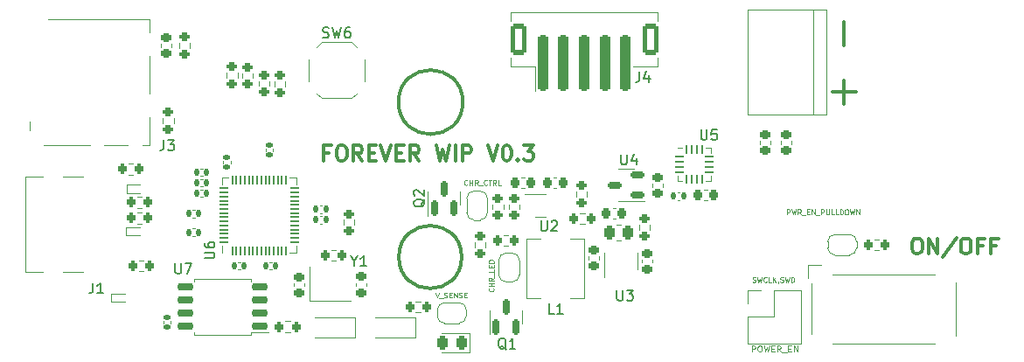
<source format=gto>
G04 #@! TF.GenerationSoftware,KiCad,Pcbnew,6.0.11-2627ca5db0~126~ubuntu22.04.1*
G04 #@! TF.CreationDate,2024-06-10T16:45:34-04:00*
G04 #@! TF.ProjectId,board,626f6172-642e-46b6-9963-61645f706362,rev?*
G04 #@! TF.SameCoordinates,Original*
G04 #@! TF.FileFunction,Legend,Top*
G04 #@! TF.FilePolarity,Positive*
%FSLAX46Y46*%
G04 Gerber Fmt 4.6, Leading zero omitted, Abs format (unit mm)*
G04 Created by KiCad (PCBNEW 6.0.11-2627ca5db0~126~ubuntu22.04.1) date 2024-06-10 16:45:34*
%MOMM*%
%LPD*%
G01*
G04 APERTURE LIST*
G04 Aperture macros list*
%AMRoundRect*
0 Rectangle with rounded corners*
0 $1 Rounding radius*
0 $2 $3 $4 $5 $6 $7 $8 $9 X,Y pos of 4 corners*
0 Add a 4 corners polygon primitive as box body*
4,1,4,$2,$3,$4,$5,$6,$7,$8,$9,$2,$3,0*
0 Add four circle primitives for the rounded corners*
1,1,$1+$1,$2,$3*
1,1,$1+$1,$4,$5*
1,1,$1+$1,$6,$7*
1,1,$1+$1,$8,$9*
0 Add four rect primitives between the rounded corners*
20,1,$1+$1,$2,$3,$4,$5,0*
20,1,$1+$1,$4,$5,$6,$7,0*
20,1,$1+$1,$6,$7,$8,$9,0*
20,1,$1+$1,$8,$9,$2,$3,0*%
%AMFreePoly0*
4,1,22,0.500000,-0.750000,0.000000,-0.750000,0.000000,-0.745033,-0.079941,-0.743568,-0.215256,-0.701293,-0.333266,-0.622738,-0.424486,-0.514219,-0.481581,-0.384460,-0.499164,-0.250000,-0.500000,-0.250000,-0.500000,0.250000,-0.499164,0.250000,-0.499963,0.256109,-0.478152,0.396186,-0.417904,0.524511,-0.324060,0.630769,-0.204165,0.706417,-0.067858,0.745374,0.000000,0.744959,0.000000,0.750000,
0.500000,0.750000,0.500000,-0.750000,0.500000,-0.750000,$1*%
%AMFreePoly1*
4,1,20,0.000000,0.744959,0.073905,0.744508,0.209726,0.703889,0.328688,0.626782,0.421226,0.519385,0.479903,0.390333,0.500000,0.250000,0.500000,-0.250000,0.499851,-0.262216,0.476331,-0.402017,0.414519,-0.529596,0.319384,-0.634700,0.198574,-0.708877,0.061801,-0.746166,0.000000,-0.745033,0.000000,-0.750000,-0.500000,-0.750000,-0.500000,0.750000,0.000000,0.750000,0.000000,0.744959,
0.000000,0.744959,$1*%
G04 Aperture macros list end*
%ADD10C,0.300000*%
%ADD11C,0.100000*%
%ADD12C,0.150000*%
%ADD13C,0.120000*%
%ADD14R,0.900000X1.200000*%
%ADD15RoundRect,0.225000X0.250000X-0.225000X0.250000X0.225000X-0.250000X0.225000X-0.250000X-0.225000X0*%
%ADD16RoundRect,0.200000X0.275000X-0.200000X0.275000X0.200000X-0.275000X0.200000X-0.275000X-0.200000X0*%
%ADD17RoundRect,0.140000X0.140000X0.170000X-0.140000X0.170000X-0.140000X-0.170000X0.140000X-0.170000X0*%
%ADD18RoundRect,0.200000X-0.275000X0.200000X-0.275000X-0.200000X0.275000X-0.200000X0.275000X0.200000X0*%
%ADD19RoundRect,0.150000X0.512500X0.150000X-0.512500X0.150000X-0.512500X-0.150000X0.512500X-0.150000X0*%
%ADD20FreePoly0,180.000000*%
%ADD21FreePoly1,180.000000*%
%ADD22FreePoly0,90.000000*%
%ADD23FreePoly1,90.000000*%
%ADD24RoundRect,0.200000X-0.200000X-0.275000X0.200000X-0.275000X0.200000X0.275000X-0.200000X0.275000X0*%
%ADD25RoundRect,0.225000X-0.250000X0.225000X-0.250000X-0.225000X0.250000X-0.225000X0.250000X0.225000X0*%
%ADD26R,3.000000X3.000000*%
%ADD27C,3.000000*%
%ADD28R,0.360000X0.250000*%
%ADD29R,0.510000X0.700000*%
%ADD30RoundRect,0.140000X-0.140000X-0.170000X0.140000X-0.170000X0.140000X0.170000X-0.140000X0.170000X0*%
%ADD31RoundRect,0.200000X0.200000X0.275000X-0.200000X0.275000X-0.200000X-0.275000X0.200000X-0.275000X0*%
%ADD32C,2.000000*%
%ADD33C,1.700000*%
%ADD34C,5.600000*%
%ADD35RoundRect,0.150000X0.150000X-0.587500X0.150000X0.587500X-0.150000X0.587500X-0.150000X-0.587500X0*%
%ADD36RoundRect,0.225000X-0.225000X-0.250000X0.225000X-0.250000X0.225000X0.250000X-0.225000X0.250000X0*%
%ADD37RoundRect,0.050000X0.050000X-0.387500X0.050000X0.387500X-0.050000X0.387500X-0.050000X-0.387500X0*%
%ADD38RoundRect,0.050000X0.387500X-0.050000X0.387500X0.050000X-0.387500X0.050000X-0.387500X-0.050000X0*%
%ADD39R,3.200000X3.200000*%
%ADD40R,1.100000X0.850000*%
%ADD41R,1.100000X0.750000*%
%ADD42R,1.000000X1.200000*%
%ADD43R,1.350000X1.900000*%
%ADD44R,1.800000X1.170000*%
%ADD45R,1.350000X1.550000*%
%ADD46RoundRect,0.062500X-0.375000X-0.062500X0.375000X-0.062500X0.375000X0.062500X-0.375000X0.062500X0*%
%ADD47RoundRect,0.062500X-0.062500X-0.375000X0.062500X-0.375000X0.062500X0.375000X-0.062500X0.375000X0*%
%ADD48R,1.600000X1.600000*%
%ADD49RoundRect,0.243750X0.243750X0.456250X-0.243750X0.456250X-0.243750X-0.456250X0.243750X-0.456250X0*%
%ADD50RoundRect,0.140000X0.170000X-0.140000X0.170000X0.140000X-0.170000X0.140000X-0.170000X-0.140000X0*%
%ADD51C,0.650000*%
%ADD52R,1.240000X0.600000*%
%ADD53R,1.240000X0.300000*%
%ADD54O,2.100000X1.000000*%
%ADD55O,1.800000X1.000000*%
%ADD56R,0.500000X0.250000*%
%ADD57R,0.900000X1.600000*%
%ADD58RoundRect,0.225000X0.225000X0.250000X-0.225000X0.250000X-0.225000X-0.250000X0.225000X-0.250000X0*%
%ADD59R,2.500000X1.900000*%
%ADD60RoundRect,0.150000X0.650000X0.150000X-0.650000X0.150000X-0.650000X-0.150000X0.650000X-0.150000X0*%
%ADD61R,1.800000X1.100000*%
%ADD62R,1.700000X1.700000*%
%ADD63O,1.700000X1.700000*%
%ADD64RoundRect,0.250000X-0.250000X-2.500000X0.250000X-2.500000X0.250000X2.500000X-0.250000X2.500000X0*%
%ADD65RoundRect,0.250000X-0.550000X-1.250000X0.550000X-1.250000X0.550000X1.250000X-0.550000X1.250000X0*%
%ADD66RoundRect,0.250000X-0.262500X-0.450000X0.262500X-0.450000X0.262500X0.450000X-0.262500X0.450000X0*%
%ADD67R,1.400000X1.200000*%
%ADD68C,3.300000*%
%ADD69R,2.000000X2.000000*%
G04 APERTURE END LIST*
D10*
X139815000Y-67490000D02*
G75*
G03*
X139815000Y-67490000I-3110016J0D01*
G01*
X139705000Y-82490000D02*
G75*
G03*
X139705000Y-82490000I-3040075J0D01*
G01*
X176714285Y-62042857D02*
X176714285Y-59757142D01*
D11*
X137152380Y-85926190D02*
X137319047Y-86426190D01*
X137485714Y-85926190D01*
X137533333Y-86473809D02*
X137914285Y-86473809D01*
X138009523Y-86402380D02*
X138080952Y-86426190D01*
X138200000Y-86426190D01*
X138247619Y-86402380D01*
X138271428Y-86378571D01*
X138295238Y-86330952D01*
X138295238Y-86283333D01*
X138271428Y-86235714D01*
X138247619Y-86211904D01*
X138200000Y-86188095D01*
X138104761Y-86164285D01*
X138057142Y-86140476D01*
X138033333Y-86116666D01*
X138009523Y-86069047D01*
X138009523Y-86021428D01*
X138033333Y-85973809D01*
X138057142Y-85950000D01*
X138104761Y-85926190D01*
X138223809Y-85926190D01*
X138295238Y-85950000D01*
X138509523Y-86164285D02*
X138676190Y-86164285D01*
X138747619Y-86426190D02*
X138509523Y-86426190D01*
X138509523Y-85926190D01*
X138747619Y-85926190D01*
X138961904Y-86426190D02*
X138961904Y-85926190D01*
X139247619Y-86426190D01*
X139247619Y-85926190D01*
X139461904Y-86402380D02*
X139533333Y-86426190D01*
X139652380Y-86426190D01*
X139700000Y-86402380D01*
X139723809Y-86378571D01*
X139747619Y-86330952D01*
X139747619Y-86283333D01*
X139723809Y-86235714D01*
X139700000Y-86211904D01*
X139652380Y-86188095D01*
X139557142Y-86164285D01*
X139509523Y-86140476D01*
X139485714Y-86116666D01*
X139461904Y-86069047D01*
X139461904Y-86021428D01*
X139485714Y-85973809D01*
X139509523Y-85950000D01*
X139557142Y-85926190D01*
X139676190Y-85926190D01*
X139747619Y-85950000D01*
X139961904Y-86164285D02*
X140128571Y-86164285D01*
X140200000Y-86426190D02*
X139961904Y-86426190D01*
X139961904Y-85926190D01*
X140200000Y-85926190D01*
X167800000Y-91671428D02*
X167800000Y-91071428D01*
X168028571Y-91071428D01*
X168085714Y-91100000D01*
X168114285Y-91128571D01*
X168142857Y-91185714D01*
X168142857Y-91271428D01*
X168114285Y-91328571D01*
X168085714Y-91357142D01*
X168028571Y-91385714D01*
X167800000Y-91385714D01*
X168514285Y-91071428D02*
X168628571Y-91071428D01*
X168685714Y-91100000D01*
X168742857Y-91157142D01*
X168771428Y-91271428D01*
X168771428Y-91471428D01*
X168742857Y-91585714D01*
X168685714Y-91642857D01*
X168628571Y-91671428D01*
X168514285Y-91671428D01*
X168457142Y-91642857D01*
X168400000Y-91585714D01*
X168371428Y-91471428D01*
X168371428Y-91271428D01*
X168400000Y-91157142D01*
X168457142Y-91100000D01*
X168514285Y-91071428D01*
X168971428Y-91071428D02*
X169114285Y-91671428D01*
X169228571Y-91242857D01*
X169342857Y-91671428D01*
X169485714Y-91071428D01*
X169714285Y-91357142D02*
X169914285Y-91357142D01*
X170000000Y-91671428D02*
X169714285Y-91671428D01*
X169714285Y-91071428D01*
X170000000Y-91071428D01*
X170600000Y-91671428D02*
X170400000Y-91385714D01*
X170257142Y-91671428D02*
X170257142Y-91071428D01*
X170485714Y-91071428D01*
X170542857Y-91100000D01*
X170571428Y-91128571D01*
X170600000Y-91185714D01*
X170600000Y-91271428D01*
X170571428Y-91328571D01*
X170542857Y-91357142D01*
X170485714Y-91385714D01*
X170257142Y-91385714D01*
X170714285Y-91728571D02*
X171171428Y-91728571D01*
X171314285Y-91357142D02*
X171514285Y-91357142D01*
X171600000Y-91671428D02*
X171314285Y-91671428D01*
X171314285Y-91071428D01*
X171600000Y-91071428D01*
X171857142Y-91671428D02*
X171857142Y-91071428D01*
X172200000Y-91671428D01*
X172200000Y-91071428D01*
X142778571Y-85526190D02*
X142802380Y-85550000D01*
X142826190Y-85621428D01*
X142826190Y-85669047D01*
X142802380Y-85740476D01*
X142754761Y-85788095D01*
X142707142Y-85811904D01*
X142611904Y-85835714D01*
X142540476Y-85835714D01*
X142445238Y-85811904D01*
X142397619Y-85788095D01*
X142350000Y-85740476D01*
X142326190Y-85669047D01*
X142326190Y-85621428D01*
X142350000Y-85550000D01*
X142373809Y-85526190D01*
X142826190Y-85311904D02*
X142326190Y-85311904D01*
X142564285Y-85311904D02*
X142564285Y-85026190D01*
X142826190Y-85026190D02*
X142326190Y-85026190D01*
X142826190Y-84502380D02*
X142588095Y-84669047D01*
X142826190Y-84788095D02*
X142326190Y-84788095D01*
X142326190Y-84597619D01*
X142350000Y-84550000D01*
X142373809Y-84526190D01*
X142421428Y-84502380D01*
X142492857Y-84502380D01*
X142540476Y-84526190D01*
X142564285Y-84550000D01*
X142588095Y-84597619D01*
X142588095Y-84788095D01*
X142873809Y-84407142D02*
X142873809Y-84026190D01*
X142826190Y-83669047D02*
X142826190Y-83907142D01*
X142326190Y-83907142D01*
X142564285Y-83502380D02*
X142564285Y-83335714D01*
X142826190Y-83264285D02*
X142826190Y-83502380D01*
X142326190Y-83502380D01*
X142326190Y-83264285D01*
X142826190Y-83050000D02*
X142326190Y-83050000D01*
X142326190Y-82930952D01*
X142350000Y-82859523D01*
X142397619Y-82811904D01*
X142445238Y-82788095D01*
X142540476Y-82764285D01*
X142611904Y-82764285D01*
X142707142Y-82788095D01*
X142754761Y-82811904D01*
X142802380Y-82859523D01*
X142826190Y-82930952D01*
X142826190Y-83050000D01*
X140259523Y-75478571D02*
X140235714Y-75502380D01*
X140164285Y-75526190D01*
X140116666Y-75526190D01*
X140045238Y-75502380D01*
X139997619Y-75454761D01*
X139973809Y-75407142D01*
X139950000Y-75311904D01*
X139950000Y-75240476D01*
X139973809Y-75145238D01*
X139997619Y-75097619D01*
X140045238Y-75050000D01*
X140116666Y-75026190D01*
X140164285Y-75026190D01*
X140235714Y-75050000D01*
X140259523Y-75073809D01*
X140473809Y-75526190D02*
X140473809Y-75026190D01*
X140473809Y-75264285D02*
X140759523Y-75264285D01*
X140759523Y-75526190D02*
X140759523Y-75026190D01*
X141283333Y-75526190D02*
X141116666Y-75288095D01*
X140997619Y-75526190D02*
X140997619Y-75026190D01*
X141188095Y-75026190D01*
X141235714Y-75050000D01*
X141259523Y-75073809D01*
X141283333Y-75121428D01*
X141283333Y-75192857D01*
X141259523Y-75240476D01*
X141235714Y-75264285D01*
X141188095Y-75288095D01*
X140997619Y-75288095D01*
X141378571Y-75573809D02*
X141759523Y-75573809D01*
X142164285Y-75478571D02*
X142140476Y-75502380D01*
X142069047Y-75526190D01*
X142021428Y-75526190D01*
X141950000Y-75502380D01*
X141902380Y-75454761D01*
X141878571Y-75407142D01*
X141854761Y-75311904D01*
X141854761Y-75240476D01*
X141878571Y-75145238D01*
X141902380Y-75097619D01*
X141950000Y-75050000D01*
X142021428Y-75026190D01*
X142069047Y-75026190D01*
X142140476Y-75050000D01*
X142164285Y-75073809D01*
X142307142Y-75026190D02*
X142592857Y-75026190D01*
X142450000Y-75526190D02*
X142450000Y-75026190D01*
X143045238Y-75526190D02*
X142878571Y-75288095D01*
X142759523Y-75526190D02*
X142759523Y-75026190D01*
X142950000Y-75026190D01*
X142997619Y-75050000D01*
X143021428Y-75073809D01*
X143045238Y-75121428D01*
X143045238Y-75192857D01*
X143021428Y-75240476D01*
X142997619Y-75264285D01*
X142950000Y-75288095D01*
X142759523Y-75288095D01*
X143497619Y-75526190D02*
X143259523Y-75526190D01*
X143259523Y-75026190D01*
X171188095Y-78376190D02*
X171188095Y-77876190D01*
X171378571Y-77876190D01*
X171426190Y-77900000D01*
X171450000Y-77923809D01*
X171473809Y-77971428D01*
X171473809Y-78042857D01*
X171450000Y-78090476D01*
X171426190Y-78114285D01*
X171378571Y-78138095D01*
X171188095Y-78138095D01*
X171640476Y-77876190D02*
X171759523Y-78376190D01*
X171854761Y-78019047D01*
X171950000Y-78376190D01*
X172069047Y-77876190D01*
X172545238Y-78376190D02*
X172378571Y-78138095D01*
X172259523Y-78376190D02*
X172259523Y-77876190D01*
X172450000Y-77876190D01*
X172497619Y-77900000D01*
X172521428Y-77923809D01*
X172545238Y-77971428D01*
X172545238Y-78042857D01*
X172521428Y-78090476D01*
X172497619Y-78114285D01*
X172450000Y-78138095D01*
X172259523Y-78138095D01*
X172640476Y-78423809D02*
X173021428Y-78423809D01*
X173140476Y-78114285D02*
X173307142Y-78114285D01*
X173378571Y-78376190D02*
X173140476Y-78376190D01*
X173140476Y-77876190D01*
X173378571Y-77876190D01*
X173592857Y-78376190D02*
X173592857Y-77876190D01*
X173878571Y-78376190D01*
X173878571Y-77876190D01*
X173997619Y-78423809D02*
X174378571Y-78423809D01*
X174497619Y-78376190D02*
X174497619Y-77876190D01*
X174688095Y-77876190D01*
X174735714Y-77900000D01*
X174759523Y-77923809D01*
X174783333Y-77971428D01*
X174783333Y-78042857D01*
X174759523Y-78090476D01*
X174735714Y-78114285D01*
X174688095Y-78138095D01*
X174497619Y-78138095D01*
X174997619Y-77876190D02*
X174997619Y-78280952D01*
X175021428Y-78328571D01*
X175045238Y-78352380D01*
X175092857Y-78376190D01*
X175188095Y-78376190D01*
X175235714Y-78352380D01*
X175259523Y-78328571D01*
X175283333Y-78280952D01*
X175283333Y-77876190D01*
X175759523Y-78376190D02*
X175521428Y-78376190D01*
X175521428Y-77876190D01*
X176164285Y-78376190D02*
X175926190Y-78376190D01*
X175926190Y-77876190D01*
X176330952Y-78376190D02*
X176330952Y-77876190D01*
X176450000Y-77876190D01*
X176521428Y-77900000D01*
X176569047Y-77947619D01*
X176592857Y-77995238D01*
X176616666Y-78090476D01*
X176616666Y-78161904D01*
X176592857Y-78257142D01*
X176569047Y-78304761D01*
X176521428Y-78352380D01*
X176450000Y-78376190D01*
X176330952Y-78376190D01*
X176926190Y-77876190D02*
X177021428Y-77876190D01*
X177069047Y-77900000D01*
X177116666Y-77947619D01*
X177140476Y-78042857D01*
X177140476Y-78209523D01*
X177116666Y-78304761D01*
X177069047Y-78352380D01*
X177021428Y-78376190D01*
X176926190Y-78376190D01*
X176878571Y-78352380D01*
X176830952Y-78304761D01*
X176807142Y-78209523D01*
X176807142Y-78042857D01*
X176830952Y-77947619D01*
X176878571Y-77900000D01*
X176926190Y-77876190D01*
X177307142Y-77876190D02*
X177426190Y-78376190D01*
X177521428Y-78019047D01*
X177616666Y-78376190D01*
X177735714Y-77876190D01*
X177926190Y-78376190D02*
X177926190Y-77876190D01*
X178211904Y-78376190D01*
X178211904Y-77876190D01*
D10*
X176714285Y-67642857D02*
X176714285Y-65357142D01*
X177857142Y-66500000D02*
X175571428Y-66500000D01*
X183664285Y-80678571D02*
X183950000Y-80678571D01*
X184092857Y-80750000D01*
X184235714Y-80892857D01*
X184307142Y-81178571D01*
X184307142Y-81678571D01*
X184235714Y-81964285D01*
X184092857Y-82107142D01*
X183950000Y-82178571D01*
X183664285Y-82178571D01*
X183521428Y-82107142D01*
X183378571Y-81964285D01*
X183307142Y-81678571D01*
X183307142Y-81178571D01*
X183378571Y-80892857D01*
X183521428Y-80750000D01*
X183664285Y-80678571D01*
X184950000Y-82178571D02*
X184950000Y-80678571D01*
X185807142Y-82178571D01*
X185807142Y-80678571D01*
X187592857Y-80607142D02*
X186307142Y-82535714D01*
X188378571Y-80678571D02*
X188664285Y-80678571D01*
X188807142Y-80750000D01*
X188950000Y-80892857D01*
X189021428Y-81178571D01*
X189021428Y-81678571D01*
X188950000Y-81964285D01*
X188807142Y-82107142D01*
X188664285Y-82178571D01*
X188378571Y-82178571D01*
X188235714Y-82107142D01*
X188092857Y-81964285D01*
X188021428Y-81678571D01*
X188021428Y-81178571D01*
X188092857Y-80892857D01*
X188235714Y-80750000D01*
X188378571Y-80678571D01*
X190164285Y-81392857D02*
X189664285Y-81392857D01*
X189664285Y-82178571D02*
X189664285Y-80678571D01*
X190378571Y-80678571D01*
X191450000Y-81392857D02*
X190950000Y-81392857D01*
X190950000Y-82178571D02*
X190950000Y-80678571D01*
X191664285Y-80678571D01*
D11*
X167876190Y-84902380D02*
X167947619Y-84926190D01*
X168066666Y-84926190D01*
X168114285Y-84902380D01*
X168138095Y-84878571D01*
X168161904Y-84830952D01*
X168161904Y-84783333D01*
X168138095Y-84735714D01*
X168114285Y-84711904D01*
X168066666Y-84688095D01*
X167971428Y-84664285D01*
X167923809Y-84640476D01*
X167900000Y-84616666D01*
X167876190Y-84569047D01*
X167876190Y-84521428D01*
X167900000Y-84473809D01*
X167923809Y-84450000D01*
X167971428Y-84426190D01*
X168090476Y-84426190D01*
X168161904Y-84450000D01*
X168328571Y-84426190D02*
X168447619Y-84926190D01*
X168542857Y-84569047D01*
X168638095Y-84926190D01*
X168757142Y-84426190D01*
X169233333Y-84878571D02*
X169209523Y-84902380D01*
X169138095Y-84926190D01*
X169090476Y-84926190D01*
X169019047Y-84902380D01*
X168971428Y-84854761D01*
X168947619Y-84807142D01*
X168923809Y-84711904D01*
X168923809Y-84640476D01*
X168947619Y-84545238D01*
X168971428Y-84497619D01*
X169019047Y-84450000D01*
X169090476Y-84426190D01*
X169138095Y-84426190D01*
X169209523Y-84450000D01*
X169233333Y-84473809D01*
X169685714Y-84926190D02*
X169447619Y-84926190D01*
X169447619Y-84426190D01*
X169852380Y-84926190D02*
X169852380Y-84426190D01*
X170138095Y-84926190D02*
X169923809Y-84640476D01*
X170138095Y-84426190D02*
X169852380Y-84711904D01*
X170376190Y-84902380D02*
X170376190Y-84926190D01*
X170352380Y-84973809D01*
X170328571Y-84997619D01*
X170566666Y-84902380D02*
X170638095Y-84926190D01*
X170757142Y-84926190D01*
X170804761Y-84902380D01*
X170828571Y-84878571D01*
X170852380Y-84830952D01*
X170852380Y-84783333D01*
X170828571Y-84735714D01*
X170804761Y-84711904D01*
X170757142Y-84688095D01*
X170661904Y-84664285D01*
X170614285Y-84640476D01*
X170590476Y-84616666D01*
X170566666Y-84569047D01*
X170566666Y-84521428D01*
X170590476Y-84473809D01*
X170614285Y-84450000D01*
X170661904Y-84426190D01*
X170780952Y-84426190D01*
X170852380Y-84450000D01*
X171019047Y-84426190D02*
X171138095Y-84926190D01*
X171233333Y-84569047D01*
X171328571Y-84926190D01*
X171447619Y-84426190D01*
X171638095Y-84926190D02*
X171638095Y-84426190D01*
X171757142Y-84426190D01*
X171828571Y-84450000D01*
X171876190Y-84497619D01*
X171900000Y-84545238D01*
X171923809Y-84640476D01*
X171923809Y-84711904D01*
X171900000Y-84807142D01*
X171876190Y-84854761D01*
X171828571Y-84902380D01*
X171757142Y-84926190D01*
X171638095Y-84926190D01*
D10*
X126867857Y-72382857D02*
X126367857Y-72382857D01*
X126367857Y-73168571D02*
X126367857Y-71668571D01*
X127082142Y-71668571D01*
X127939285Y-71668571D02*
X128225000Y-71668571D01*
X128367857Y-71740000D01*
X128510714Y-71882857D01*
X128582142Y-72168571D01*
X128582142Y-72668571D01*
X128510714Y-72954285D01*
X128367857Y-73097142D01*
X128225000Y-73168571D01*
X127939285Y-73168571D01*
X127796428Y-73097142D01*
X127653571Y-72954285D01*
X127582142Y-72668571D01*
X127582142Y-72168571D01*
X127653571Y-71882857D01*
X127796428Y-71740000D01*
X127939285Y-71668571D01*
X130082142Y-73168571D02*
X129582142Y-72454285D01*
X129225000Y-73168571D02*
X129225000Y-71668571D01*
X129796428Y-71668571D01*
X129939285Y-71740000D01*
X130010714Y-71811428D01*
X130082142Y-71954285D01*
X130082142Y-72168571D01*
X130010714Y-72311428D01*
X129939285Y-72382857D01*
X129796428Y-72454285D01*
X129225000Y-72454285D01*
X130725000Y-72382857D02*
X131225000Y-72382857D01*
X131439285Y-73168571D02*
X130725000Y-73168571D01*
X130725000Y-71668571D01*
X131439285Y-71668571D01*
X131867857Y-71668571D02*
X132367857Y-73168571D01*
X132867857Y-71668571D01*
X133367857Y-72382857D02*
X133867857Y-72382857D01*
X134082142Y-73168571D02*
X133367857Y-73168571D01*
X133367857Y-71668571D01*
X134082142Y-71668571D01*
X135582142Y-73168571D02*
X135082142Y-72454285D01*
X134725000Y-73168571D02*
X134725000Y-71668571D01*
X135296428Y-71668571D01*
X135439285Y-71740000D01*
X135510714Y-71811428D01*
X135582142Y-71954285D01*
X135582142Y-72168571D01*
X135510714Y-72311428D01*
X135439285Y-72382857D01*
X135296428Y-72454285D01*
X134725000Y-72454285D01*
X137225000Y-71668571D02*
X137582142Y-73168571D01*
X137867857Y-72097142D01*
X138153571Y-73168571D01*
X138510714Y-71668571D01*
X139082142Y-73168571D02*
X139082142Y-71668571D01*
X139796428Y-73168571D02*
X139796428Y-71668571D01*
X140367857Y-71668571D01*
X140510714Y-71740000D01*
X140582142Y-71811428D01*
X140653571Y-71954285D01*
X140653571Y-72168571D01*
X140582142Y-72311428D01*
X140510714Y-72382857D01*
X140367857Y-72454285D01*
X139796428Y-72454285D01*
X142225000Y-71668571D02*
X142725000Y-73168571D01*
X143225000Y-71668571D01*
X144010714Y-71668571D02*
X144153571Y-71668571D01*
X144296428Y-71740000D01*
X144367857Y-71811428D01*
X144439285Y-71954285D01*
X144510714Y-72240000D01*
X144510714Y-72597142D01*
X144439285Y-72882857D01*
X144367857Y-73025714D01*
X144296428Y-73097142D01*
X144153571Y-73168571D01*
X144010714Y-73168571D01*
X143867857Y-73097142D01*
X143796428Y-73025714D01*
X143725000Y-72882857D01*
X143653571Y-72597142D01*
X143653571Y-72240000D01*
X143725000Y-71954285D01*
X143796428Y-71811428D01*
X143867857Y-71740000D01*
X144010714Y-71668571D01*
X145153571Y-73025714D02*
X145225000Y-73097142D01*
X145153571Y-73168571D01*
X145082142Y-73097142D01*
X145153571Y-73025714D01*
X145153571Y-73168571D01*
X145725000Y-71668571D02*
X146653571Y-71668571D01*
X146153571Y-72240000D01*
X146367857Y-72240000D01*
X146510714Y-72311428D01*
X146582142Y-72382857D01*
X146653571Y-72525714D01*
X146653571Y-72882857D01*
X146582142Y-73025714D01*
X146510714Y-73097142D01*
X146367857Y-73168571D01*
X145939285Y-73168571D01*
X145796428Y-73097142D01*
X145725000Y-73025714D01*
D12*
X155138095Y-72552380D02*
X155138095Y-73361904D01*
X155185714Y-73457142D01*
X155233333Y-73504761D01*
X155328571Y-73552380D01*
X155519047Y-73552380D01*
X155614285Y-73504761D01*
X155661904Y-73457142D01*
X155709523Y-73361904D01*
X155709523Y-72552380D01*
X156614285Y-72885714D02*
X156614285Y-73552380D01*
X156376190Y-72504761D02*
X156138095Y-73219047D01*
X156757142Y-73219047D01*
X154738095Y-85702380D02*
X154738095Y-86511904D01*
X154785714Y-86607142D01*
X154833333Y-86654761D01*
X154928571Y-86702380D01*
X155119047Y-86702380D01*
X155214285Y-86654761D01*
X155261904Y-86607142D01*
X155309523Y-86511904D01*
X155309523Y-85702380D01*
X155690476Y-85702380D02*
X156309523Y-85702380D01*
X155976190Y-86083333D01*
X156119047Y-86083333D01*
X156214285Y-86130952D01*
X156261904Y-86178571D01*
X156309523Y-86273809D01*
X156309523Y-86511904D01*
X156261904Y-86607142D01*
X156214285Y-86654761D01*
X156119047Y-86702380D01*
X155833333Y-86702380D01*
X155738095Y-86654761D01*
X155690476Y-86607142D01*
X136147619Y-76895238D02*
X136100000Y-76990476D01*
X136004761Y-77085714D01*
X135861904Y-77228571D01*
X135814285Y-77323809D01*
X135814285Y-77419047D01*
X136052380Y-77371428D02*
X136004761Y-77466666D01*
X135909523Y-77561904D01*
X135719047Y-77609523D01*
X135385714Y-77609523D01*
X135195238Y-77561904D01*
X135100000Y-77466666D01*
X135052380Y-77371428D01*
X135052380Y-77180952D01*
X135100000Y-77085714D01*
X135195238Y-76990476D01*
X135385714Y-76942857D01*
X135719047Y-76942857D01*
X135909523Y-76990476D01*
X136004761Y-77085714D01*
X136052380Y-77180952D01*
X136052380Y-77371428D01*
X135147619Y-76561904D02*
X135100000Y-76514285D01*
X135052380Y-76419047D01*
X135052380Y-76180952D01*
X135100000Y-76085714D01*
X135147619Y-76038095D01*
X135242857Y-75990476D01*
X135338095Y-75990476D01*
X135480952Y-76038095D01*
X136052380Y-76609523D01*
X136052380Y-75990476D01*
X114787380Y-82601904D02*
X115596904Y-82601904D01*
X115692142Y-82554285D01*
X115739761Y-82506666D01*
X115787380Y-82411428D01*
X115787380Y-82220952D01*
X115739761Y-82125714D01*
X115692142Y-82078095D01*
X115596904Y-82030476D01*
X114787380Y-82030476D01*
X114787380Y-81125714D02*
X114787380Y-81316190D01*
X114835000Y-81411428D01*
X114882619Y-81459047D01*
X115025476Y-81554285D01*
X115215952Y-81601904D01*
X115596904Y-81601904D01*
X115692142Y-81554285D01*
X115739761Y-81506666D01*
X115787380Y-81411428D01*
X115787380Y-81220952D01*
X115739761Y-81125714D01*
X115692142Y-81078095D01*
X115596904Y-81030476D01*
X115358809Y-81030476D01*
X115263571Y-81078095D01*
X115215952Y-81125714D01*
X115168333Y-81220952D01*
X115168333Y-81411428D01*
X115215952Y-81506666D01*
X115263571Y-81554285D01*
X115358809Y-81601904D01*
X110866666Y-71152380D02*
X110866666Y-71866666D01*
X110819047Y-72009523D01*
X110723809Y-72104761D01*
X110580952Y-72152380D01*
X110485714Y-72152380D01*
X111247619Y-71152380D02*
X111866666Y-71152380D01*
X111533333Y-71533333D01*
X111676190Y-71533333D01*
X111771428Y-71580952D01*
X111819047Y-71628571D01*
X111866666Y-71723809D01*
X111866666Y-71961904D01*
X111819047Y-72057142D01*
X111771428Y-72104761D01*
X111676190Y-72152380D01*
X111390476Y-72152380D01*
X111295238Y-72104761D01*
X111247619Y-72057142D01*
X162869345Y-70147380D02*
X162869345Y-70956904D01*
X162916964Y-71052142D01*
X162964583Y-71099761D01*
X163059821Y-71147380D01*
X163250297Y-71147380D01*
X163345535Y-71099761D01*
X163393154Y-71052142D01*
X163440773Y-70956904D01*
X163440773Y-70147380D01*
X164393154Y-70147380D02*
X163916964Y-70147380D01*
X163869345Y-70623571D01*
X163916964Y-70575952D01*
X164012202Y-70528333D01*
X164250297Y-70528333D01*
X164345535Y-70575952D01*
X164393154Y-70623571D01*
X164440773Y-70718809D01*
X164440773Y-70956904D01*
X164393154Y-71052142D01*
X164345535Y-71099761D01*
X164250297Y-71147380D01*
X164012202Y-71147380D01*
X163916964Y-71099761D01*
X163869345Y-71052142D01*
X103991666Y-85002380D02*
X103991666Y-85716666D01*
X103944047Y-85859523D01*
X103848809Y-85954761D01*
X103705952Y-86002380D01*
X103610714Y-86002380D01*
X104991666Y-86002380D02*
X104420238Y-86002380D01*
X104705952Y-86002380D02*
X104705952Y-85002380D01*
X104610714Y-85145238D01*
X104515476Y-85240476D01*
X104420238Y-85288095D01*
X147400595Y-78972380D02*
X147400595Y-79781904D01*
X147448214Y-79877142D01*
X147495833Y-79924761D01*
X147591071Y-79972380D01*
X147781547Y-79972380D01*
X147876785Y-79924761D01*
X147924404Y-79877142D01*
X147972023Y-79781904D01*
X147972023Y-78972380D01*
X148400595Y-79067619D02*
X148448214Y-79020000D01*
X148543452Y-78972380D01*
X148781547Y-78972380D01*
X148876785Y-79020000D01*
X148924404Y-79067619D01*
X148972023Y-79162857D01*
X148972023Y-79258095D01*
X148924404Y-79400952D01*
X148352976Y-79972380D01*
X148972023Y-79972380D01*
X148663333Y-87982380D02*
X148187142Y-87982380D01*
X148187142Y-86982380D01*
X149520476Y-87982380D02*
X148949047Y-87982380D01*
X149234761Y-87982380D02*
X149234761Y-86982380D01*
X149139523Y-87125238D01*
X149044285Y-87220476D01*
X148949047Y-87268095D01*
X111973095Y-83102380D02*
X111973095Y-83911904D01*
X112020714Y-84007142D01*
X112068333Y-84054761D01*
X112163571Y-84102380D01*
X112354047Y-84102380D01*
X112449285Y-84054761D01*
X112496904Y-84007142D01*
X112544523Y-83911904D01*
X112544523Y-83102380D01*
X112925476Y-83102380D02*
X113592142Y-83102380D01*
X113163571Y-84102380D01*
X126266666Y-61204761D02*
X126409523Y-61252380D01*
X126647619Y-61252380D01*
X126742857Y-61204761D01*
X126790476Y-61157142D01*
X126838095Y-61061904D01*
X126838095Y-60966666D01*
X126790476Y-60871428D01*
X126742857Y-60823809D01*
X126647619Y-60776190D01*
X126457142Y-60728571D01*
X126361904Y-60680952D01*
X126314285Y-60633333D01*
X126266666Y-60538095D01*
X126266666Y-60442857D01*
X126314285Y-60347619D01*
X126361904Y-60300000D01*
X126457142Y-60252380D01*
X126695238Y-60252380D01*
X126838095Y-60300000D01*
X127171428Y-60252380D02*
X127409523Y-61252380D01*
X127600000Y-60538095D01*
X127790476Y-61252380D01*
X128028571Y-60252380D01*
X128838095Y-60252380D02*
X128647619Y-60252380D01*
X128552380Y-60300000D01*
X128504761Y-60347619D01*
X128409523Y-60490476D01*
X128361904Y-60680952D01*
X128361904Y-61061904D01*
X128409523Y-61157142D01*
X128457142Y-61204761D01*
X128552380Y-61252380D01*
X128742857Y-61252380D01*
X128838095Y-61204761D01*
X128885714Y-61157142D01*
X128933333Y-61061904D01*
X128933333Y-60823809D01*
X128885714Y-60728571D01*
X128838095Y-60680952D01*
X128742857Y-60633333D01*
X128552380Y-60633333D01*
X128457142Y-60680952D01*
X128409523Y-60728571D01*
X128361904Y-60823809D01*
X156931666Y-64522380D02*
X156931666Y-65236666D01*
X156884047Y-65379523D01*
X156788809Y-65474761D01*
X156645952Y-65522380D01*
X156550714Y-65522380D01*
X157836428Y-64855714D02*
X157836428Y-65522380D01*
X157598333Y-64474761D02*
X157360238Y-65189047D01*
X157979285Y-65189047D01*
X129298809Y-82886190D02*
X129298809Y-83362380D01*
X128965476Y-82362380D02*
X129298809Y-82886190D01*
X129632142Y-82362380D01*
X130489285Y-83362380D02*
X129917857Y-83362380D01*
X130203571Y-83362380D02*
X130203571Y-82362380D01*
X130108333Y-82505238D01*
X130013095Y-82600476D01*
X129917857Y-82648095D01*
X144004761Y-91447619D02*
X143909523Y-91400000D01*
X143814285Y-91304761D01*
X143671428Y-91161904D01*
X143576190Y-91114285D01*
X143480952Y-91114285D01*
X143528571Y-91352380D02*
X143433333Y-91304761D01*
X143338095Y-91209523D01*
X143290476Y-91019047D01*
X143290476Y-90685714D01*
X143338095Y-90495238D01*
X143433333Y-90400000D01*
X143528571Y-90352380D01*
X143719047Y-90352380D01*
X143814285Y-90400000D01*
X143909523Y-90495238D01*
X143957142Y-90685714D01*
X143957142Y-91019047D01*
X143909523Y-91209523D01*
X143814285Y-91304761D01*
X143719047Y-91352380D01*
X143528571Y-91352380D01*
X144909523Y-91352380D02*
X144338095Y-91352380D01*
X144623809Y-91352380D02*
X144623809Y-90352380D01*
X144528571Y-90495238D01*
X144433333Y-90590476D01*
X144338095Y-90638095D01*
D13*
X129350000Y-90300000D02*
X125450000Y-90300000D01*
X129350000Y-90300000D02*
X129350000Y-88300000D01*
X129350000Y-88300000D02*
X125450000Y-88300000D01*
X111610000Y-62140580D02*
X111610000Y-61859420D01*
X110590000Y-62140580D02*
X110590000Y-61859420D01*
X145330000Y-77847258D02*
X145330000Y-77372742D01*
X144285000Y-77847258D02*
X144285000Y-77372742D01*
X121322836Y-83710000D02*
X121107164Y-83710000D01*
X121322836Y-82990000D02*
X121107164Y-82990000D01*
X128272500Y-78892742D02*
X128272500Y-79367258D01*
X129317500Y-78892742D02*
X129317500Y-79367258D01*
X155630000Y-77080000D02*
X157430000Y-77080000D01*
X155630000Y-73960000D02*
X154830000Y-73960000D01*
X155630000Y-73960000D02*
X156430000Y-73960000D01*
X155630000Y-77080000D02*
X154830000Y-77080000D01*
X175150000Y-81600000D02*
X175150000Y-81000000D01*
X177250000Y-82300000D02*
X175850000Y-82300000D01*
X175850000Y-80300000D02*
X177250000Y-80300000D01*
X177950000Y-81000000D02*
X177950000Y-81600000D01*
X175850000Y-80300000D02*
G75*
G03*
X175150000Y-81000000I0J-700000D01*
G01*
X177950000Y-81000000D02*
G75*
G03*
X177250000Y-80300000I-699999J1D01*
G01*
X177250000Y-82300000D02*
G75*
G03*
X177950000Y-81600000I1J699999D01*
G01*
X175150000Y-81600000D02*
G75*
G03*
X175850000Y-82300000I700000J0D01*
G01*
X135250000Y-90300000D02*
X135250000Y-88300000D01*
X135250000Y-90300000D02*
X131350000Y-90300000D01*
X135250000Y-88300000D02*
X131350000Y-88300000D01*
X140200000Y-78200000D02*
X140200000Y-76800000D01*
X142200000Y-76800000D02*
X142200000Y-78200000D01*
X140900000Y-76100000D02*
X141500000Y-76100000D01*
X141500000Y-78900000D02*
X140900000Y-78900000D01*
X141500000Y-78900000D02*
G75*
G03*
X142200000Y-78200000I1J699999D01*
G01*
X140200000Y-78200000D02*
G75*
G03*
X140900000Y-78900000I699999J-1D01*
G01*
X142200000Y-76800000D02*
G75*
G03*
X141500000Y-76100000I-700000J0D01*
G01*
X140900000Y-76100000D02*
G75*
G03*
X140200000Y-76800000I0J-700000D01*
G01*
X179662742Y-80777500D02*
X180137258Y-80777500D01*
X179662742Y-81822500D02*
X180137258Y-81822500D01*
X151990000Y-82429420D02*
X151990000Y-82710580D01*
X153010000Y-82429420D02*
X153010000Y-82710580D01*
X114632836Y-74630000D02*
X114417164Y-74630000D01*
X114632836Y-73910000D02*
X114417164Y-73910000D01*
X160829086Y-76250000D02*
X160613414Y-76250000D01*
X160829086Y-76970000D02*
X160613414Y-76970000D01*
X175010000Y-68680000D02*
X175010000Y-58520000D01*
X167390000Y-68680000D02*
X175010000Y-68680000D01*
X167390000Y-58520000D02*
X167390000Y-68680000D01*
X173740000Y-58520000D02*
X173740000Y-68680000D01*
X175010000Y-58520000D02*
X167390000Y-58520000D01*
X108517500Y-80375000D02*
X107217500Y-80375000D01*
X108517500Y-79575000D02*
X107217500Y-79575000D01*
X107217500Y-79575000D02*
X107217500Y-80375000D01*
X114642836Y-76680000D02*
X114427164Y-76680000D01*
X114642836Y-75960000D02*
X114427164Y-75960000D01*
X153500000Y-82100000D02*
X153500000Y-84400000D01*
X156700000Y-83700000D02*
X156700000Y-82100000D01*
X125977164Y-78240000D02*
X126192836Y-78240000D01*
X125977164Y-77520000D02*
X126192836Y-77520000D01*
X123112258Y-88707500D02*
X122637742Y-88707500D01*
X123112258Y-89752500D02*
X122637742Y-89752500D01*
X135262742Y-86777500D02*
X135737258Y-86777500D01*
X135262742Y-87822500D02*
X135737258Y-87822500D01*
X170590000Y-71540580D02*
X170590000Y-71259420D01*
X171610000Y-71540580D02*
X171610000Y-71259420D01*
X175592500Y-84167500D02*
X185492500Y-84167500D01*
X187542500Y-84917500D02*
X187542500Y-90117500D01*
X173242500Y-84517500D02*
X173242500Y-83217500D01*
X173542500Y-90117500D02*
X173542500Y-84917500D01*
X173242500Y-83217500D02*
X174542500Y-83217500D01*
X185492500Y-90867500D02*
X175592500Y-90867500D01*
X139560000Y-76800000D02*
X139560000Y-77450000D01*
X136440000Y-76800000D02*
X136440000Y-78475000D01*
X136440000Y-76800000D02*
X136440000Y-76150000D01*
X139560000Y-76800000D02*
X139560000Y-76150000D01*
X111822500Y-69062742D02*
X111822500Y-69537258D01*
X110777500Y-69062742D02*
X110777500Y-69537258D01*
X113882836Y-77930000D02*
X113667164Y-77930000D01*
X113882836Y-78650000D02*
X113667164Y-78650000D01*
X127542258Y-82872500D02*
X127067742Y-82872500D01*
X127542258Y-81827500D02*
X127067742Y-81827500D01*
X154319420Y-77790000D02*
X154600580Y-77790000D01*
X154319420Y-78810000D02*
X154600580Y-78810000D01*
X108287742Y-79247500D02*
X108762258Y-79247500D01*
X108287742Y-78202500D02*
X108762258Y-78202500D01*
X113422500Y-62237258D02*
X113422500Y-61762742D01*
X112377500Y-62237258D02*
X112377500Y-61762742D01*
X151822500Y-76637258D02*
X151822500Y-76162742D01*
X150777500Y-76637258D02*
X150777500Y-76162742D01*
X129455000Y-85009420D02*
X129455000Y-85290580D01*
X130475000Y-85009420D02*
X130475000Y-85290580D01*
X108565000Y-76290000D02*
X107265000Y-76290000D01*
X108565000Y-75490000D02*
X107265000Y-75490000D01*
X107265000Y-75490000D02*
X107265000Y-76290000D01*
X125967164Y-79250000D02*
X126182836Y-79250000D01*
X125967164Y-78530000D02*
X126182836Y-78530000D01*
X120052500Y-65462742D02*
X120052500Y-65937258D01*
X121097500Y-65462742D02*
X121097500Y-65937258D01*
X158160000Y-75419420D02*
X158160000Y-75700580D01*
X159180000Y-75419420D02*
X159180000Y-75700580D01*
X123715000Y-75480000D02*
X123715000Y-74830000D01*
X116495000Y-75480000D02*
X116495000Y-74830000D01*
X123715000Y-74830000D02*
X123065000Y-74830000D01*
X116495000Y-81400000D02*
X116495000Y-82050000D01*
X123715000Y-81400000D02*
X123715000Y-82050000D01*
X116495000Y-74830000D02*
X117145000Y-74830000D01*
X123715000Y-82050000D02*
X123065000Y-82050000D01*
X109520000Y-60720000D02*
X109520000Y-59490000D01*
X105100000Y-71670000D02*
X107400000Y-71670000D01*
X109520000Y-59490000D02*
X99700000Y-59490000D01*
X109520000Y-71670000D02*
X109520000Y-68990000D01*
X97880000Y-70190000D02*
X97880000Y-69330000D01*
X108800000Y-71670000D02*
X109520000Y-71670000D01*
X99250000Y-71670000D02*
X103700000Y-71670000D01*
X109520000Y-66690000D02*
X109520000Y-63020000D01*
X144000000Y-82100000D02*
X144600000Y-82100000D01*
X143300000Y-84200000D02*
X143300000Y-82800000D01*
X145300000Y-82800000D02*
X145300000Y-84200000D01*
X144600000Y-84900000D02*
X144000000Y-84900000D01*
X144600000Y-84900000D02*
G75*
G03*
X145300000Y-84200000I1J699999D01*
G01*
X143300000Y-84200000D02*
G75*
G03*
X144000000Y-84900000I699999J-1D01*
G01*
X145300000Y-82800000D02*
G75*
G03*
X144600000Y-82100000I-700000J0D01*
G01*
X144000000Y-82100000D02*
G75*
G03*
X143300000Y-82800000I0J-700000D01*
G01*
X137350000Y-88200000D02*
X137350000Y-87600000D01*
X138050000Y-86900000D02*
X139450000Y-86900000D01*
X140150000Y-87600000D02*
X140150000Y-88200000D01*
X139450000Y-88900000D02*
X138050000Y-88900000D01*
X137350000Y-88200000D02*
G75*
G03*
X138050000Y-88900000I700000J0D01*
G01*
X140150000Y-87600000D02*
G75*
G03*
X139450000Y-86900000I-699999J1D01*
G01*
X139450000Y-88900000D02*
G75*
G03*
X140150000Y-88200000I1J699999D01*
G01*
X138050000Y-86900000D02*
G75*
G03*
X137350000Y-87600000I0J-700000D01*
G01*
X119507500Y-65147258D02*
X119507500Y-64672742D01*
X118462500Y-65147258D02*
X118462500Y-64672742D01*
X143745000Y-77847258D02*
X143745000Y-77372742D01*
X142700000Y-77847258D02*
X142700000Y-77372742D01*
X163831250Y-71905000D02*
X163831250Y-72380000D01*
X163356250Y-71905000D02*
X163831250Y-71905000D01*
X161086250Y-71905000D02*
X160611250Y-71905000D01*
X160611250Y-75125000D02*
X160611250Y-74650000D01*
X161086250Y-75125000D02*
X160611250Y-75125000D01*
X163356250Y-75125000D02*
X163831250Y-75125000D01*
X163831250Y-75125000D02*
X163831250Y-74650000D01*
X140485000Y-89840000D02*
X137800000Y-89840000D01*
X140485000Y-91760000D02*
X140485000Y-89840000D01*
X137800000Y-91760000D02*
X140485000Y-91760000D01*
X143762742Y-81422500D02*
X144237258Y-81422500D01*
X143762742Y-80377500D02*
X144237258Y-80377500D01*
X156877500Y-79837258D02*
X156877500Y-79362742D01*
X157922500Y-79837258D02*
X157922500Y-79362742D01*
X118057164Y-83000000D02*
X118272836Y-83000000D01*
X118057164Y-83720000D02*
X118272836Y-83720000D01*
X120740000Y-72207836D02*
X120740000Y-71992164D01*
X121460000Y-72207836D02*
X121460000Y-71992164D01*
X103065000Y-74740000D02*
X101145000Y-74740000D01*
X99135000Y-83900000D02*
X97430000Y-83900000D01*
X97430000Y-74740000D02*
X99135000Y-74740000D01*
X101145000Y-83900000D02*
X103065000Y-83900000D01*
X97430000Y-83900000D02*
X97430000Y-74740000D01*
X108912258Y-82807500D02*
X108437742Y-82807500D01*
X108912258Y-83852500D02*
X108437742Y-83852500D01*
X113882836Y-79730000D02*
X113667164Y-79730000D01*
X113882836Y-80450000D02*
X113667164Y-80450000D01*
X151162742Y-78247500D02*
X151637258Y-78247500D01*
X151162742Y-79292500D02*
X151637258Y-79292500D01*
X116615000Y-73397836D02*
X116615000Y-73182164D01*
X117335000Y-73397836D02*
X117335000Y-73182164D01*
X111555000Y-88907836D02*
X111555000Y-88692164D01*
X110835000Y-88907836D02*
X110835000Y-88692164D01*
X108287742Y-77722500D02*
X108762258Y-77722500D01*
X108287742Y-76677500D02*
X108762258Y-76677500D01*
X145807500Y-76390000D02*
X147807500Y-76390000D01*
X147807500Y-78630000D02*
X146807500Y-78630000D01*
X117997500Y-64652742D02*
X117997500Y-65127258D01*
X116952500Y-64652742D02*
X116952500Y-65127258D01*
X157190000Y-82759420D02*
X157190000Y-83040580D01*
X158210000Y-82759420D02*
X158210000Y-83040580D01*
X148888080Y-75810000D02*
X148606920Y-75810000D01*
X148888080Y-74790000D02*
X148606920Y-74790000D01*
X114632836Y-74920000D02*
X114417164Y-74920000D01*
X114632836Y-75640000D02*
X114417164Y-75640000D01*
X146000000Y-80700000D02*
X147350000Y-80700000D01*
X151600000Y-86500000D02*
X150250000Y-86500000D01*
X151600000Y-80700000D02*
X151600000Y-86500000D01*
X151600000Y-80700000D02*
X150250000Y-80700000D01*
X146000000Y-80700000D02*
X146000000Y-86500000D01*
X146000000Y-86500000D02*
X147350000Y-86500000D01*
X119290000Y-84585000D02*
X119290000Y-84845000D01*
X113840000Y-84585000D02*
X113840000Y-84845000D01*
X116565000Y-84585000D02*
X119290000Y-84585000D01*
X116565000Y-84585000D02*
X113840000Y-84585000D01*
X119290000Y-89775000D02*
X120965000Y-89775000D01*
X116565000Y-90035000D02*
X113840000Y-90035000D01*
X116565000Y-90035000D02*
X119290000Y-90035000D01*
X113840000Y-90035000D02*
X113840000Y-89775000D01*
X119290000Y-90035000D02*
X119290000Y-89775000D01*
X105787500Y-86040000D02*
X105787500Y-86840000D01*
X107087500Y-86840000D02*
X105787500Y-86840000D01*
X107087500Y-86040000D02*
X105787500Y-86040000D01*
X121552500Y-65472742D02*
X121552500Y-65947258D01*
X122597500Y-65472742D02*
X122597500Y-65947258D01*
X129050000Y-67120000D02*
X129540000Y-66630000D01*
X126150000Y-61680000D02*
X125660000Y-62170000D01*
X126150000Y-67120000D02*
X125660000Y-66630000D01*
X130320000Y-65440000D02*
X130320000Y-63360000D01*
X126150000Y-61680000D02*
X129050000Y-61680000D01*
X124880000Y-65440000D02*
X124880000Y-63360000D01*
X129050000Y-61680000D02*
X129540000Y-62170000D01*
X126150000Y-67120000D02*
X129050000Y-67120000D01*
X140977500Y-81537258D02*
X140977500Y-81062742D01*
X142022500Y-81537258D02*
X142022500Y-81062742D01*
X169970000Y-88270000D02*
X169970000Y-85670000D01*
X169970000Y-85670000D02*
X172570000Y-85670000D01*
X167370000Y-85670000D02*
X168700000Y-85670000D01*
X167370000Y-88270000D02*
X167370000Y-90870000D01*
X167370000Y-90870000D02*
X172570000Y-90870000D01*
X167370000Y-88270000D02*
X169970000Y-88270000D01*
X167370000Y-87000000D02*
X167370000Y-85670000D01*
X172570000Y-85670000D02*
X172570000Y-90870000D01*
X107912258Y-73452500D02*
X107437742Y-73452500D01*
X107912258Y-74497500D02*
X107437742Y-74497500D01*
X146815000Y-64035000D02*
X146815000Y-66425000D01*
X144490000Y-59665000D02*
X144490000Y-58815000D01*
X144490000Y-58815000D02*
X158660000Y-58815000D01*
X158660000Y-64035000D02*
X156335000Y-64035000D01*
X158660000Y-58815000D02*
X158660000Y-59665000D01*
X158660000Y-63185000D02*
X158660000Y-64035000D01*
X144490000Y-64035000D02*
X146815000Y-64035000D01*
X144490000Y-63185000D02*
X144490000Y-64035000D01*
X123485000Y-85039420D02*
X123485000Y-85320580D01*
X124505000Y-85039420D02*
X124505000Y-85320580D01*
X154672936Y-79375000D02*
X155127064Y-79375000D01*
X154672936Y-80845000D02*
X155127064Y-80845000D01*
X163180670Y-77020000D02*
X163461830Y-77020000D01*
X163180670Y-76000000D02*
X163461830Y-76000000D01*
X169610000Y-71259420D02*
X169610000Y-71540580D01*
X168590000Y-71259420D02*
X168590000Y-71540580D01*
X124955000Y-83420000D02*
X124955000Y-86720000D01*
X124955000Y-86720000D02*
X128955000Y-86720000D01*
X145560000Y-88300000D02*
X145560000Y-87650000D01*
X142440000Y-88300000D02*
X142440000Y-87650000D01*
X142440000Y-88300000D02*
X142440000Y-89975000D01*
X145560000Y-88300000D02*
X145560000Y-88950000D01*
X145501920Y-74810000D02*
X145783080Y-74810000D01*
X145501920Y-75830000D02*
X145783080Y-75830000D01*
%LPC*%
D14*
X128750000Y-89300000D03*
X125450000Y-89300000D03*
D15*
X111100000Y-62775000D03*
X111100000Y-61225000D03*
D16*
X144807500Y-78435000D03*
X144807500Y-76785000D03*
D17*
X121695000Y-83350000D03*
X120735000Y-83350000D03*
D18*
X128795000Y-78305000D03*
X128795000Y-79955000D03*
D19*
X156767500Y-76470000D03*
X156767500Y-74570000D03*
X154492500Y-75520000D03*
D20*
X177200000Y-81300000D03*
D21*
X175900000Y-81300000D03*
D14*
X134650000Y-89300000D03*
X131350000Y-89300000D03*
D22*
X141200000Y-78150000D03*
D23*
X141200000Y-76850000D03*
D24*
X179075000Y-81300000D03*
X180725000Y-81300000D03*
D25*
X152500000Y-81795000D03*
X152500000Y-83345000D03*
D17*
X115005000Y-74270000D03*
X114045000Y-74270000D03*
X161201250Y-76610000D03*
X160241250Y-76610000D03*
D26*
X171200000Y-66140000D03*
D27*
X171200000Y-61060000D03*
D28*
X107597500Y-79975000D03*
X108437500Y-79975000D03*
D17*
X115015000Y-76320000D03*
X114055000Y-76320000D03*
D29*
X154150000Y-84060000D03*
X155100000Y-84060000D03*
X156050000Y-84060000D03*
X156050000Y-81740000D03*
X155100000Y-81740000D03*
X154150000Y-81740000D03*
D30*
X125605000Y-77880000D03*
X126565000Y-77880000D03*
D31*
X123700000Y-89230000D03*
X122050000Y-89230000D03*
D24*
X134675000Y-87300000D03*
X136325000Y-87300000D03*
D15*
X171100000Y-72175000D03*
X171100000Y-70625000D03*
D32*
X174542500Y-90517500D03*
X174542500Y-84517500D03*
X186542500Y-84517500D03*
X186542500Y-90517500D03*
D33*
X176542500Y-86267500D03*
X180542500Y-86267500D03*
X184542500Y-86267500D03*
D34*
X193500000Y-75007500D03*
D35*
X137050000Y-77737500D03*
X138950000Y-77737500D03*
X138000000Y-75862500D03*
D18*
X111300000Y-68475000D03*
X111300000Y-70125000D03*
D17*
X114255000Y-78290000D03*
X113295000Y-78290000D03*
D31*
X128130000Y-82350000D03*
X126480000Y-82350000D03*
D36*
X153685000Y-78300000D03*
X155235000Y-78300000D03*
D24*
X107700000Y-78725000D03*
X109350000Y-78725000D03*
D16*
X112900000Y-62825000D03*
X112900000Y-61175000D03*
X151300000Y-77225000D03*
X151300000Y-75575000D03*
D25*
X129965000Y-84375000D03*
X129965000Y-85925000D03*
D28*
X107645000Y-75890000D03*
X108485000Y-75890000D03*
D30*
X125595000Y-78890000D03*
X126555000Y-78890000D03*
D18*
X120575000Y-64875000D03*
X120575000Y-66525000D03*
D25*
X158670000Y-74785000D03*
X158670000Y-76335000D03*
D37*
X117505000Y-81877500D03*
X117905000Y-81877500D03*
X118305000Y-81877500D03*
X118705000Y-81877500D03*
X119105000Y-81877500D03*
X119505000Y-81877500D03*
X119905000Y-81877500D03*
X120305000Y-81877500D03*
X120705000Y-81877500D03*
X121105000Y-81877500D03*
X121505000Y-81877500D03*
X121905000Y-81877500D03*
X122305000Y-81877500D03*
X122705000Y-81877500D03*
D38*
X123542500Y-81040000D03*
X123542500Y-80640000D03*
X123542500Y-80240000D03*
X123542500Y-79840000D03*
X123542500Y-79440000D03*
X123542500Y-79040000D03*
X123542500Y-78640000D03*
X123542500Y-78240000D03*
X123542500Y-77840000D03*
X123542500Y-77440000D03*
X123542500Y-77040000D03*
X123542500Y-76640000D03*
X123542500Y-76240000D03*
X123542500Y-75840000D03*
D37*
X122705000Y-75002500D03*
X122305000Y-75002500D03*
X121905000Y-75002500D03*
X121505000Y-75002500D03*
X121105000Y-75002500D03*
X120705000Y-75002500D03*
X120305000Y-75002500D03*
X119905000Y-75002500D03*
X119505000Y-75002500D03*
X119105000Y-75002500D03*
X118705000Y-75002500D03*
X118305000Y-75002500D03*
X117905000Y-75002500D03*
X117505000Y-75002500D03*
D38*
X116667500Y-75840000D03*
X116667500Y-76240000D03*
X116667500Y-76640000D03*
X116667500Y-77040000D03*
X116667500Y-77440000D03*
X116667500Y-77840000D03*
X116667500Y-78240000D03*
X116667500Y-78640000D03*
X116667500Y-79040000D03*
X116667500Y-79440000D03*
X116667500Y-79840000D03*
X116667500Y-80240000D03*
X116667500Y-80640000D03*
X116667500Y-81040000D03*
D39*
X120105000Y-78440000D03*
D40*
X98250000Y-68705000D03*
X98250000Y-67605000D03*
X98250000Y-66505000D03*
X98250000Y-65405000D03*
X98250000Y-64305000D03*
X98250000Y-63205000D03*
X98250000Y-62105000D03*
D41*
X98250000Y-61055000D03*
D42*
X104400000Y-71340000D03*
X108100000Y-71340000D03*
D43*
X109075000Y-67840000D03*
D44*
X98600000Y-59845000D03*
D43*
X109075000Y-61870000D03*
D45*
X98375000Y-71165000D03*
D22*
X144300000Y-84150000D03*
D23*
X144300000Y-82850000D03*
D20*
X139400000Y-87900000D03*
D21*
X138100000Y-87900000D03*
D16*
X118985000Y-65735000D03*
X118985000Y-64085000D03*
D34*
X100500000Y-88507500D03*
D16*
X143222500Y-78435000D03*
X143222500Y-76785000D03*
D46*
X160783750Y-72765000D03*
X160783750Y-73265000D03*
X160783750Y-73765000D03*
X160783750Y-74265000D03*
D47*
X161471250Y-74952500D03*
X161971250Y-74952500D03*
X162471250Y-74952500D03*
X162971250Y-74952500D03*
D46*
X163658750Y-74265000D03*
X163658750Y-73765000D03*
X163658750Y-73265000D03*
X163658750Y-72765000D03*
D47*
X162971250Y-72077500D03*
X162471250Y-72077500D03*
X161971250Y-72077500D03*
X161471250Y-72077500D03*
D48*
X162221250Y-73515000D03*
D49*
X139737500Y-90800000D03*
X137862500Y-90800000D03*
D24*
X143175000Y-80900000D03*
X144825000Y-80900000D03*
D16*
X157400000Y-80425000D03*
X157400000Y-78775000D03*
D30*
X117685000Y-83360000D03*
X118645000Y-83360000D03*
D50*
X121100000Y-72580000D03*
X121100000Y-71620000D03*
D51*
X103820000Y-76430000D03*
X103820000Y-82210000D03*
D52*
X104940000Y-76120000D03*
X104940000Y-76920000D03*
D53*
X104940000Y-78070000D03*
X104940000Y-79070000D03*
X104940000Y-79570000D03*
X104940000Y-80570000D03*
D52*
X104940000Y-81720000D03*
X104940000Y-82520000D03*
X104940000Y-82520000D03*
X104940000Y-81720000D03*
D53*
X104940000Y-81070000D03*
X104940000Y-80070000D03*
X104940000Y-78570000D03*
X104940000Y-77570000D03*
D52*
X104940000Y-76920000D03*
X104940000Y-76120000D03*
D54*
X104340000Y-83640000D03*
D55*
X100140000Y-75000000D03*
D54*
X104340000Y-75000000D03*
D55*
X100140000Y-83640000D03*
D31*
X109500000Y-83330000D03*
X107850000Y-83330000D03*
D17*
X114255000Y-80090000D03*
X113295000Y-80090000D03*
D24*
X150575000Y-78770000D03*
X152225000Y-78770000D03*
D50*
X116975000Y-73770000D03*
X116975000Y-72810000D03*
X111195000Y-89280000D03*
X111195000Y-88320000D03*
D24*
X107700000Y-77200000D03*
X109350000Y-77200000D03*
D56*
X146357500Y-76760000D03*
X146357500Y-77260000D03*
X146357500Y-77760000D03*
X146357500Y-78260000D03*
X148257500Y-78260000D03*
X148257500Y-77760000D03*
X148257500Y-77260000D03*
X148257500Y-76760000D03*
D57*
X147307500Y-77510000D03*
D18*
X117475000Y-64065000D03*
X117475000Y-65715000D03*
D25*
X157700000Y-82125000D03*
X157700000Y-83675000D03*
D58*
X149522500Y-75300000D03*
X147972500Y-75300000D03*
D17*
X115005000Y-75280000D03*
X114045000Y-75280000D03*
D59*
X148800000Y-81550000D03*
X148800000Y-85650000D03*
D60*
X120165000Y-89215000D03*
X120165000Y-87945000D03*
X120165000Y-86675000D03*
X120165000Y-85405000D03*
X112965000Y-85405000D03*
X112965000Y-86675000D03*
X112965000Y-87945000D03*
X112965000Y-89215000D03*
D28*
X106167500Y-86440000D03*
X107007500Y-86440000D03*
D18*
X122075000Y-64885000D03*
X122075000Y-66535000D03*
D61*
X130700000Y-62550000D03*
X124500000Y-62550000D03*
X130700000Y-66250000D03*
X124500000Y-66250000D03*
D16*
X141500000Y-82125000D03*
X141500000Y-80475000D03*
D62*
X168700000Y-87000000D03*
D63*
X171240000Y-87000000D03*
X168700000Y-89540000D03*
X171240000Y-89540000D03*
D31*
X108500000Y-73975000D03*
X106850000Y-73975000D03*
D64*
X147575000Y-63675000D03*
X149575000Y-63675000D03*
X151575000Y-63675000D03*
X153575000Y-63675000D03*
X155575000Y-63675000D03*
D65*
X145175000Y-61425000D03*
X157975000Y-61425000D03*
D25*
X123995000Y-84405000D03*
X123995000Y-85955000D03*
D66*
X153987500Y-80110000D03*
X155812500Y-80110000D03*
D36*
X162546250Y-76510000D03*
X164096250Y-76510000D03*
D25*
X169100000Y-70625000D03*
X169100000Y-72175000D03*
D67*
X125855000Y-85920000D03*
X128055000Y-85920000D03*
X128055000Y-84220000D03*
X125855000Y-84220000D03*
D35*
X143050000Y-89237500D03*
X144950000Y-89237500D03*
X144000000Y-87362500D03*
D36*
X144867500Y-75320000D03*
X146417500Y-75320000D03*
D68*
X136690000Y-67520000D03*
X136690000Y-82510000D03*
D69*
X163855000Y-67520000D03*
D32*
X163855000Y-82510000D03*
M02*

</source>
